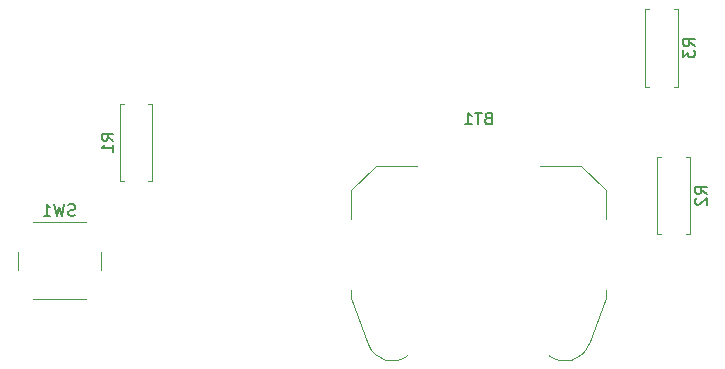
<source format=gbo>
G04 #@! TF.GenerationSoftware,KiCad,Pcbnew,8.0.6*
G04 #@! TF.CreationDate,2025-05-21T14:19:44-04:00*
G04 #@! TF.ProjectId,DJUNGELSKOG Keychain,444a554e-4745-44c5-934b-4f47204b6579,rev?*
G04 #@! TF.SameCoordinates,Original*
G04 #@! TF.FileFunction,Legend,Bot*
G04 #@! TF.FilePolarity,Positive*
%FSLAX46Y46*%
G04 Gerber Fmt 4.6, Leading zero omitted, Abs format (unit mm)*
G04 Created by KiCad (PCBNEW 8.0.6) date 2025-05-21 14:19:44*
%MOMM*%
%LPD*%
G01*
G04 APERTURE LIST*
%ADD10C,0.150000*%
%ADD11C,0.120000*%
%ADD12R,1.800000X1.800000*%
%ADD13C,1.800000*%
%ADD14C,2.000000*%
%ADD15C,1.600000*%
%ADD16O,1.600000X1.600000*%
%ADD17R,1.270000X5.080000*%
%ADD18C,17.800000*%
G04 APERTURE END LIST*
D10*
X117833332Y-116657200D02*
X117690475Y-116704819D01*
X117690475Y-116704819D02*
X117452380Y-116704819D01*
X117452380Y-116704819D02*
X117357142Y-116657200D01*
X117357142Y-116657200D02*
X117309523Y-116609580D01*
X117309523Y-116609580D02*
X117261904Y-116514342D01*
X117261904Y-116514342D02*
X117261904Y-116419104D01*
X117261904Y-116419104D02*
X117309523Y-116323866D01*
X117309523Y-116323866D02*
X117357142Y-116276247D01*
X117357142Y-116276247D02*
X117452380Y-116228628D01*
X117452380Y-116228628D02*
X117642856Y-116181009D01*
X117642856Y-116181009D02*
X117738094Y-116133390D01*
X117738094Y-116133390D02*
X117785713Y-116085771D01*
X117785713Y-116085771D02*
X117833332Y-115990533D01*
X117833332Y-115990533D02*
X117833332Y-115895295D01*
X117833332Y-115895295D02*
X117785713Y-115800057D01*
X117785713Y-115800057D02*
X117738094Y-115752438D01*
X117738094Y-115752438D02*
X117642856Y-115704819D01*
X117642856Y-115704819D02*
X117404761Y-115704819D01*
X117404761Y-115704819D02*
X117261904Y-115752438D01*
X116928570Y-115704819D02*
X116690475Y-116704819D01*
X116690475Y-116704819D02*
X116499999Y-115990533D01*
X116499999Y-115990533D02*
X116309523Y-116704819D01*
X116309523Y-116704819D02*
X116071428Y-115704819D01*
X115166666Y-116704819D02*
X115738094Y-116704819D01*
X115452380Y-116704819D02*
X115452380Y-115704819D01*
X115452380Y-115704819D02*
X115547618Y-115847676D01*
X115547618Y-115847676D02*
X115642856Y-115942914D01*
X115642856Y-115942914D02*
X115738094Y-115990533D01*
X121084819Y-110333333D02*
X120608628Y-110000000D01*
X121084819Y-109761905D02*
X120084819Y-109761905D01*
X120084819Y-109761905D02*
X120084819Y-110142857D01*
X120084819Y-110142857D02*
X120132438Y-110238095D01*
X120132438Y-110238095D02*
X120180057Y-110285714D01*
X120180057Y-110285714D02*
X120275295Y-110333333D01*
X120275295Y-110333333D02*
X120418152Y-110333333D01*
X120418152Y-110333333D02*
X120513390Y-110285714D01*
X120513390Y-110285714D02*
X120561009Y-110238095D01*
X120561009Y-110238095D02*
X120608628Y-110142857D01*
X120608628Y-110142857D02*
X120608628Y-109761905D01*
X121084819Y-111285714D02*
X121084819Y-110714286D01*
X121084819Y-111000000D02*
X120084819Y-111000000D01*
X120084819Y-111000000D02*
X120227676Y-110904762D01*
X120227676Y-110904762D02*
X120322914Y-110809524D01*
X120322914Y-110809524D02*
X120370533Y-110714286D01*
X171324819Y-114833333D02*
X170848628Y-114500000D01*
X171324819Y-114261905D02*
X170324819Y-114261905D01*
X170324819Y-114261905D02*
X170324819Y-114642857D01*
X170324819Y-114642857D02*
X170372438Y-114738095D01*
X170372438Y-114738095D02*
X170420057Y-114785714D01*
X170420057Y-114785714D02*
X170515295Y-114833333D01*
X170515295Y-114833333D02*
X170658152Y-114833333D01*
X170658152Y-114833333D02*
X170753390Y-114785714D01*
X170753390Y-114785714D02*
X170801009Y-114738095D01*
X170801009Y-114738095D02*
X170848628Y-114642857D01*
X170848628Y-114642857D02*
X170848628Y-114261905D01*
X170420057Y-115214286D02*
X170372438Y-115261905D01*
X170372438Y-115261905D02*
X170324819Y-115357143D01*
X170324819Y-115357143D02*
X170324819Y-115595238D01*
X170324819Y-115595238D02*
X170372438Y-115690476D01*
X170372438Y-115690476D02*
X170420057Y-115738095D01*
X170420057Y-115738095D02*
X170515295Y-115785714D01*
X170515295Y-115785714D02*
X170610533Y-115785714D01*
X170610533Y-115785714D02*
X170753390Y-115738095D01*
X170753390Y-115738095D02*
X171324819Y-115166667D01*
X171324819Y-115166667D02*
X171324819Y-115785714D01*
X170324819Y-102333333D02*
X169848628Y-102000000D01*
X170324819Y-101761905D02*
X169324819Y-101761905D01*
X169324819Y-101761905D02*
X169324819Y-102142857D01*
X169324819Y-102142857D02*
X169372438Y-102238095D01*
X169372438Y-102238095D02*
X169420057Y-102285714D01*
X169420057Y-102285714D02*
X169515295Y-102333333D01*
X169515295Y-102333333D02*
X169658152Y-102333333D01*
X169658152Y-102333333D02*
X169753390Y-102285714D01*
X169753390Y-102285714D02*
X169801009Y-102238095D01*
X169801009Y-102238095D02*
X169848628Y-102142857D01*
X169848628Y-102142857D02*
X169848628Y-101761905D01*
X169324819Y-102666667D02*
X169324819Y-103285714D01*
X169324819Y-103285714D02*
X169705771Y-102952381D01*
X169705771Y-102952381D02*
X169705771Y-103095238D01*
X169705771Y-103095238D02*
X169753390Y-103190476D01*
X169753390Y-103190476D02*
X169801009Y-103238095D01*
X169801009Y-103238095D02*
X169896247Y-103285714D01*
X169896247Y-103285714D02*
X170134342Y-103285714D01*
X170134342Y-103285714D02*
X170229580Y-103238095D01*
X170229580Y-103238095D02*
X170277200Y-103190476D01*
X170277200Y-103190476D02*
X170324819Y-103095238D01*
X170324819Y-103095238D02*
X170324819Y-102809524D01*
X170324819Y-102809524D02*
X170277200Y-102714286D01*
X170277200Y-102714286D02*
X170229580Y-102666667D01*
X152785714Y-108431009D02*
X152642857Y-108478628D01*
X152642857Y-108478628D02*
X152595238Y-108526247D01*
X152595238Y-108526247D02*
X152547619Y-108621485D01*
X152547619Y-108621485D02*
X152547619Y-108764342D01*
X152547619Y-108764342D02*
X152595238Y-108859580D01*
X152595238Y-108859580D02*
X152642857Y-108907200D01*
X152642857Y-108907200D02*
X152738095Y-108954819D01*
X152738095Y-108954819D02*
X153119047Y-108954819D01*
X153119047Y-108954819D02*
X153119047Y-107954819D01*
X153119047Y-107954819D02*
X152785714Y-107954819D01*
X152785714Y-107954819D02*
X152690476Y-108002438D01*
X152690476Y-108002438D02*
X152642857Y-108050057D01*
X152642857Y-108050057D02*
X152595238Y-108145295D01*
X152595238Y-108145295D02*
X152595238Y-108240533D01*
X152595238Y-108240533D02*
X152642857Y-108335771D01*
X152642857Y-108335771D02*
X152690476Y-108383390D01*
X152690476Y-108383390D02*
X152785714Y-108431009D01*
X152785714Y-108431009D02*
X153119047Y-108431009D01*
X152261904Y-107954819D02*
X151690476Y-107954819D01*
X151976190Y-108954819D02*
X151976190Y-107954819D01*
X150833333Y-108954819D02*
X151404761Y-108954819D01*
X151119047Y-108954819D02*
X151119047Y-107954819D01*
X151119047Y-107954819D02*
X151214285Y-108097676D01*
X151214285Y-108097676D02*
X151309523Y-108192914D01*
X151309523Y-108192914D02*
X151404761Y-108240533D01*
D11*
G04 #@! TO.C,SW1*
X113000000Y-119750000D02*
X113000000Y-121250000D01*
X114250000Y-123750000D02*
X118750000Y-123750000D01*
X118750000Y-117250000D02*
X114250000Y-117250000D01*
X120000000Y-121250000D02*
X120000000Y-119750000D01*
G04 #@! TO.C,R1*
X121630000Y-107230000D02*
X121960000Y-107230000D01*
X121630000Y-113770000D02*
X121630000Y-107230000D01*
X121960000Y-113770000D02*
X121630000Y-113770000D01*
X124040000Y-113770000D02*
X124370000Y-113770000D01*
X124370000Y-107230000D02*
X124040000Y-107230000D01*
X124370000Y-113770000D02*
X124370000Y-107230000D01*
G04 #@! TO.C,R2*
X167130000Y-111730000D02*
X167130000Y-118270000D01*
X167130000Y-118270000D02*
X167460000Y-118270000D01*
X167460000Y-111730000D02*
X167130000Y-111730000D01*
X169540000Y-111730000D02*
X169870000Y-111730000D01*
X169870000Y-111730000D02*
X169870000Y-118270000D01*
X169870000Y-118270000D02*
X169540000Y-118270000D01*
G04 #@! TO.C,R3*
X166130000Y-99230000D02*
X166130000Y-105770000D01*
X166130000Y-105770000D02*
X166460000Y-105770000D01*
X166460000Y-99230000D02*
X166130000Y-99230000D01*
X168540000Y-99230000D02*
X168870000Y-99230000D01*
X168870000Y-99230000D02*
X168870000Y-105770000D01*
X168870000Y-105770000D02*
X168540000Y-105770000D01*
G04 #@! TO.C,BT1*
X141220000Y-114540000D02*
X143300000Y-112460000D01*
X141220000Y-117000000D02*
X141220000Y-114540000D01*
X141220000Y-123630000D02*
X141220000Y-123000000D01*
X142660000Y-127580000D02*
X141220000Y-123630000D01*
X146800000Y-112460000D02*
X143300000Y-112460000D01*
X160700000Y-112460000D02*
X157200000Y-112460000D01*
X161340000Y-127580000D02*
X162780000Y-123630000D01*
X162780000Y-114540000D02*
X160700000Y-112460000D01*
X162780000Y-117000000D02*
X162780000Y-114540000D01*
X162780000Y-123630000D02*
X162780000Y-123000000D01*
X146000000Y-128550000D02*
G75*
G02*
X142674757Y-127588169I-1310000J1700000D01*
G01*
X161340000Y-127580000D02*
G75*
G02*
X158003354Y-128566530I-2030000J730001D01*
G01*
G04 #@! TD*
%LPC*%
D12*
G04 #@! TO.C,D2*
X137960000Y-101500000D03*
D13*
X140500000Y-101500000D03*
G04 #@! TD*
D12*
G04 #@! TO.C,.*
X133500000Y-95000000D03*
D13*
X136040000Y-95000000D03*
G04 #@! TD*
D12*
G04 #@! TO.C,.*
X143460000Y-95000000D03*
D13*
X146000000Y-95000000D03*
G04 #@! TD*
D14*
G04 #@! TO.C,SW1*
X119750000Y-118250000D03*
X113250000Y-118250000D03*
X119750000Y-122750000D03*
X113250000Y-122750000D03*
G04 #@! TD*
D15*
G04 #@! TO.C,R1*
X123000000Y-106690000D03*
D16*
X123000000Y-114310000D03*
G04 #@! TD*
D15*
G04 #@! TO.C,R2*
X168500000Y-118810000D03*
D16*
X168500000Y-111190000D03*
G04 #@! TD*
D15*
G04 #@! TO.C,R3*
X167500000Y-106310000D03*
D16*
X167500000Y-98690000D03*
G04 #@! TD*
D17*
G04 #@! TO.C,BT1*
X162985000Y-120000000D03*
X141015000Y-120000000D03*
D18*
X152000000Y-120000000D03*
G04 #@! TD*
%LPD*%
M02*

</source>
